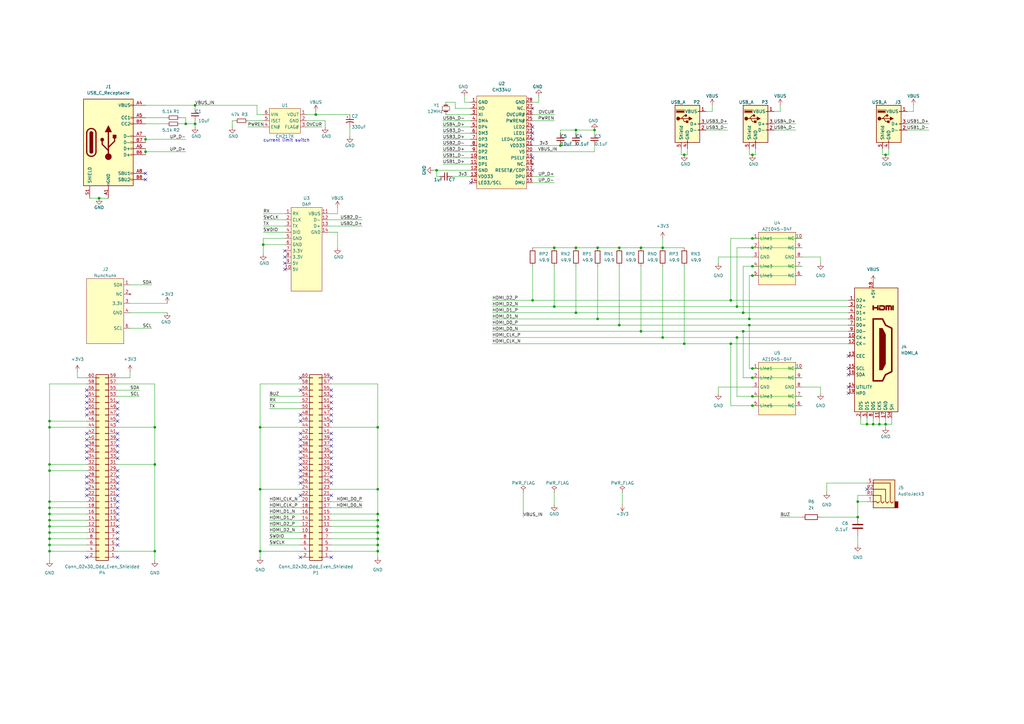
<source format=kicad_sch>
(kicad_sch (version 20230121) (generator eeschema)
  (paper "A3")
  (title_block (title "Adapter") (date "2023-07-30") (rev "1.0") (company "棱镜 Prism") (comment 1 "绘图：李宇轩") (comment 2 "审核：李宇轩"))
  (lib_symbols
    (symbol "AZ1045-04F_1"
      (property "Reference" "U" (at 0 1.27 0))
      (symbol "AZ1045-04F_1_1_1"
        (pin input line (at -10.16 -2.54 0) (length 2.54) (name "Line1") (number "1"))
        (pin input line (at 10.16 -2.54 180) (length 2.54) (name "NC") (number "10"))
        (pin input line (at -10.16 -6.35 0) (length 2.54) (name "Line2") (number "2"))
        (pin power_in line (at -10.16 -10.16 0) (length 2.54) (name "GND") (number "3"))
        (pin input line (at -10.16 -13.97 0) (length 2.54) (name "Line3") (number "4"))
        (pin input line (at -10.16 -17.78 0) (length 2.54) (name "Line5") (number "5"))
        (pin input line (at 10.16 -17.78 180) (length 2.54) (name "NC") (number "6"))
        (pin input line (at 10.16 -13.97 180) (length 2.54) (name "NC") (number "7"))
        (pin power_in line (at 10.16 -10.16 180) (length 2.54) (name "GND") (number "8"))
        (pin input line (at 10.16 -6.35 180) (length 2.54) (name "NC") (number "9"))
      )
    )
    (symbol "Connector:HDMI_A"
      (property "Reference" "J" (at -6.35 26.67 0))
      (property "Value" "HDMI_A" (at 10.16 26.67 0))
      (symbol "HDMI_A_1_1"
        (pin passive line (at -10.16 20.32 0) (length 2.54) (name "D2+") (number "1"))
        (pin passive line (at -10.16 5.08 0) (length 2.54) (name "CK+") (number "10"))
        (pin power_in line (at 2.54 -27.94 90) (length 2.54) (name "CKS") (number "11"))
        (pin passive line (at -10.16 2.54 0) (length 2.54) (name "CK-") (number "12"))
        (pin bidirectional line (at -10.16 -2.54 0) (length 2.54) (name "CEC") (number "13"))
        (pin passive line (at -10.16 -15.24 0) (length 2.54) (name "UTILITY") (number "14"))
        (pin passive line (at -10.16 -7.62 0) (length 2.54) (name "SCL") (number "15"))
        (pin bidirectional line (at -10.16 -10.16 0) (length 2.54) (name "SDA") (number "16"))
        (pin power_in line (at 5.08 -27.94 90) (length 2.54) (name "GND") (number "17"))
        (pin power_in line (at 0 27.94 270) (length 2.54) (name "+5V") (number "18"))
        (pin passive line (at -10.16 -17.78 0) (length 2.54) (name "HPD") (number "19"))
        (pin power_in line (at -5.08 -27.94 90) (length 2.54) (name "D2S") (number "2"))
        (pin passive line (at -10.16 17.78 0) (length 2.54) (name "D2-") (number "3"))
        (pin passive line (at -10.16 15.24 0) (length 2.54) (name "D1+") (number "4"))
        (pin power_in line (at -2.54 -27.94 90) (length 2.54) (name "D1S") (number "5"))
        (pin passive line (at -10.16 12.7 0) (length 2.54) (name "D1-") (number "6"))
        (pin passive line (at -10.16 10.16 0) (length 2.54) (name "D0+") (number "7"))
        (pin power_in line (at 0 -27.94 90) (length 2.54) (name "D0S") (number "8"))
        (pin passive line (at -10.16 7.62 0) (length 2.54) (name "D0-") (number "9"))
        (pin passive line (at 7.62 -27.94 90) (length 2.54) (name "SH") (number "SH"))
      )
    )
    (symbol "Connector:USB_A" (pin_names (offset 1.016))
      (property "Reference" "J" (at -5.08 11.43 0))
      (property "Value" "USB_A" (at -5.08 8.89 0))
      (symbol "USB_A_1_1"
        (pin power_in line (at 7.62 5.08 180) (length 2.54) (name "VBUS") (number "1"))
        (pin bidirectional line (at 7.62 -2.54 180) (length 2.54) (name "D-") (number "2"))
        (pin bidirectional line (at 7.62 0 180) (length 2.54) (name "D+") (number "3"))
        (pin power_in line (at 0 -10.16 90) (length 2.54) (name "GND") (number "4"))
        (pin passive line (at -2.54 -10.16 90) (length 2.54) (name "Shield") (number "5"))
      )
    )
    (symbol "Connector:USB_C_Receptacle_USB2.0" (pin_names (offset 1.016))
      (property "Reference" "J" (at -10.16 19.05 0))
      (property "Value" "USB_C_Receptacle_USB2.0" (at 19.05 19.05 0))
      (symbol "USB_C_Receptacle_USB2.0_1_1"
        (pin passive line (at 0 -22.86 90) (length 5.08) (name "GND") (number "A1"))
        (pin passive line (at 0 -22.86 90) (length 5.08) hide (name "GND") (number "A12"))
        (pin passive line (at 15.24 15.24 180) (length 5.08) (name "VBUS") (number "A4"))
        (pin bidirectional line (at 15.24 10.16 180) (length 5.08) (name "CC1") (number "A5"))
        (pin bidirectional line (at 15.24 -2.54 180) (length 5.08) (name "D+") (number "A6"))
        (pin bidirectional line (at 15.24 2.54 180) (length 5.08) (name "D-") (number "A7"))
        (pin bidirectional line (at 15.24 -12.7 180) (length 5.08) (name "SBU1") (number "A8"))
        (pin passive line (at 15.24 15.24 180) (length 5.08) hide (name "VBUS") (number "A9"))
        (pin passive line (at 0 -22.86 90) (length 5.08) hide (name "GND") (number "B1"))
        (pin passive line (at 0 -22.86 90) (length 5.08) hide (name "GND") (number "B12"))
        (pin passive line (at 15.24 15.24 180) (length 5.08) hide (name "VBUS") (number "B4"))
        (pin bidirectional line (at 15.24 7.62 180) (length 5.08) (name "CC2") (number "B5"))
        (pin bidirectional line (at 15.24 -5.08 180) (length 5.08) (name "D+") (number "B6"))
        (pin bidirectional line (at 15.24 0 180) (length 5.08) (name "D-") (number "B7"))
        (pin bidirectional line (at 15.24 -15.24 180) (length 5.08) (name "SBU2") (number "B8"))
        (pin passive line (at 15.24 15.24 180) (length 5.08) hide (name "VBUS") (number "B9"))
        (pin passive line (at -7.62 -22.86 90) (length 5.08) (name "SHIELD") (number "S1"))
      )
    )
    (symbol "Connector_Audio:AudioJack4"
      (property "Reference" "J" (at 0 8.89 0))
      (property "Value" "AudioJack4" (at 0 6.35 0))
      (symbol "AudioJack4_1_1"
        (pin passive line (at 5.08 -2.54 180) (length 2.54) (name "~") (number "R1"))
        (pin passive line (at 5.08 0 180) (length 2.54) (name "~") (number "R2"))
        (pin passive line (at 5.08 2.54 180) (length 2.54) (name "~") (number "S"))
        (pin passive line (at 5.08 -5.08 180) (length 2.54) (name "~") (number "T"))
      )
    )
    (symbol "Connector_Generic:Conn_02x30_Odd_Even" (pin_names (offset 1.016) hide)
      (property "Reference" "J" (at 1.27 38.1 0))
      (property "Value" "Conn_02x30_Odd_Even" (at 1.27 -40.64 0))
      (symbol "Conn_02x30_Odd_Even_1_1"
        (pin passive line (at -5.08 35.56 0) (length 3.81) (name "Pin_1") (number "1"))
        (pin passive line (at 7.62 25.4 180) (length 3.81) (name "Pin_10") (number "10"))
        (pin passive line (at -5.08 22.86 0) (length 3.81) (name "Pin_11") (number "11"))
        (pin passive line (at 7.62 22.86 180) (length 3.81) (name "Pin_12") (number "12"))
        (pin passive line (at -5.08 20.32 0) (length 3.81) (name "Pin_13") (number "13"))
        (pin passive line (at 7.62 20.32 180) (length 3.81) (name "Pin_14") (number "14"))
        (pin passive line (at -5.08 17.78 0) (length 3.81) (name "Pin_15") (number "15"))
        (pin passive line (at 7.62 17.78 180) (length 3.81) (name "Pin_16") (number "16"))
        (pin passive line (at -5.08 15.24 0) (length 3.81) (name "Pin_17") (number "17"))
        (pin passive line (at 7.62 15.24 180) (length 3.81) (name "Pin_18") (number "18"))
        (pin passive line (at -5.08 12.7 0) (length 3.81) (name "Pin_19") (number "19"))
        (pin passive line (at 7.62 35.56 180) (length 3.81) (name "Pin_2") (number "2"))
        (pin passive line (at 7.62 12.7 180) (length 3.81) (name "Pin_20") (number "20"))
        (pin passive line (at -5.08 10.16 0) (length 3.81) (name "Pin_21") (number "21"))
        (pin passive line (at 7.62 10.16 180) (length 3.81) (name "Pin_22") (number "22"))
        (pin passive line (at -5.08 7.62 0) (length 3.81) (name "Pin_23") (number "23"))
        (pin passive line (at 7.62 7.62 180) (length 3.81) (name "Pin_24") (number "24"))
        (pin passive line (at -5.08 5.08 0) (length 3.81) (name "Pin_25") (number "25"))
        (pin passive line (at 7.62 5.08 180) (length 3.81) (name "Pin_26") (number "26"))
        (pin passive line (at -5.08 2.54 0) (length 3.81) (name "Pin_27") (number "27"))
        (pin passive line (at 7.62 2.54 180) (length 3.81) (name "Pin_28") (number "28"))
        (pin passive line (at -5.08 0 0) (length 3.81) (name "Pin_29") (number "29"))
        (pin passive line (at -5.08 33.02 0) (length 3.81) (name "Pin_3") (number "3"))
        (pin passive line (at 7.62 0 180) (length 3.81) (name "Pin_30") (number "30"))
        (pin passive line (at -5.08 -2.54 0) (length 3.81) (name "Pin_31") (number "31"))
        (pin passive line (at 7.62 -2.54 180) (length 3.81) (name "Pin_32") (number "32"))
        (pin passive line (at -5.08 -5.08 0) (length 3.81) (name "Pin_33") (number "33"))
        (pin passive line (at 7.62 -5.08 180) (length 3.81) (name "Pin_34") (number "34"))
        (pin passive line (at -5.08 -7.62 0) (length 3.81) (name "Pin_35") (number "35"))
        (pin passive line (at 7.62 -7.62 180) (length 3.81) (name "Pin_36") (number "36"))
        (pin passive line (at -5.08 -10.16 0) (length 3.81) (name "Pin_37") (number "37"))
        (pin passive line (at 7.62 -10.16 180) (length 3.81) (name "Pin_38") (number "38"))
        (pin passive line (at -5.08 -12.7 0) (length 3.81) (name "Pin_39") (number "39"))
        (pin passive line (at 7.62 33.02 180) (length 3.81) (name "Pin_4") (number "4"))
        (pin passive line (at 7.62 -12.7 180) (length 3.81) (name "Pin_40") (number "40"))
        (pin passive line (at -5.08 -15.24 0) (length 3.81) (name "Pin_41") (number "41"))
        (pin passive line (at 7.62 -15.24 180) (length 3.81) (name "Pin_42") (number "42"))
        (pin passive line (at -5.08 -17.78 0) (length 3.81) (name "Pin_43") (number "43"))
        (pin passive line (at 7.62 -17.78 180) (length 3.81) (name "Pin_44") (number "44"))
        (pin passive line (at -5.08 -20.32 0) (length 3.81) (name "Pin_45") (number "45"))
        (pin passive line (at 7.62 -20.32 180) (length 3.81) (name "Pin_46") (number "46"))
        (pin passive line (at -5.08 -22.86 0) (length 3.81) (name "Pin_47") (number "47"))
        (pin passive line (at 7.62 -22.86 180) (length 3.81) (name "Pin_48") (number "48"))
        (pin passive line (at -5.08 -25.4 0) (length 3.81) (name "Pin_49") (number "49"))
        (pin passive line (at -5.08 30.48 0) (length 3.81) (name "Pin_5") (number "5"))
        (pin passive line (at 7.62 -25.4 180) (length 3.81) (name "Pin_50") (number "50"))
        (pin passive line (at -5.08 -27.94 0) (length 3.81) (name "Pin_51") (number "51"))
        (pin passive line (at 7.62 -27.94 180) (length 3.81) (name "Pin_52") (number "52"))
        (pin passive line (at -5.08 -30.48 0) (length 3.81) (name "Pin_53") (number "53"))
        (pin passive line (at 7.62 -30.48 180) (length 3.81) (name "Pin_54") (number "54"))
        (pin passive line (at -5.08 -33.02 0) (length 3.81) (name "Pin_55") (number "55"))
        (pin passive line (at 7.62 -33.02 180) (length 3.81) (name "Pin_56") (number "56"))
        (pin passive line (at -5.08 -35.56 0) (length 3.81) (name "Pin_57") (number "57"))
        (pin passive line (at 7.62 -35.56 180) (length 3.81) (name "Pin_58") (number "58"))
        (pin passive line (at -5.08 -38.1 0) (length 3.81) (name "Pin_59") (number "59"))
        (pin passive line (at 7.62 30.48 180) (length 3.81) (name "Pin_6") (number "6"))
        (pin passive line (at 7.62 -38.1 180) (length 3.81) (name "Pin_60") (number "60"))
        (pin passive line (at -5.08 27.94 0) (length 3.81) (name "Pin_7") (number "7"))
        (pin passive line (at 7.62 27.94 180) (length 3.81) (name "Pin_8") (number "8"))
        (pin passive line (at -5.08 25.4 0) (length 3.81) (name "Pin_9") (number "9"))
      )
    )
    (symbol "Device:C" (pin_numbers hide) (pin_names (offset 0.254))
      (property "Reference" "C" (at 0.635 2.54 0))
      (property "Value" "C" (at 0.635 -2.54 0))
      (symbol "C_1_1"
        (pin passive line (at 0 3.81 270) (length 2.794) (name "~") (number "1"))
        (pin passive line (at 0 -3.81 90) (length 2.794) (name "~") (number "2"))
      )
    )
    (symbol "Device:C_Polarized_Small_US" (pin_numbers hide) (pin_names (offset 0.254) hide)
      (property "Reference" "C" (at 0.254 1.778 0))
      (property "Value" "C_Polarized_Small_US" (at 0.254 -2.032 0))
      (symbol "C_Polarized_Small_US_1_1"
        (pin passive line (at 0 2.54 270) (length 2.032) (name "~") (number "1"))
        (pin passive line (at 0 -2.54 90) (length 2.032) (name "~") (number "2"))
      )
    )
    (symbol "Device:C_Small" (pin_numbers hide) (pin_names (offset 0.254) hide)
      (property "Reference" "C" (at 0.254 1.778 0))
      (property "Value" "C_Small" (at 0.254 -2.032 0))
      (symbol "C_Small_1_1"
        (pin passive line (at 0 2.54 270) (length 2.032) (name "~") (number "1"))
        (pin passive line (at 0 -2.54 90) (length 2.032) (name "~") (number "2"))
      )
    )
    (symbol "Device:Crystal_Small" (pin_numbers hide) (pin_names (offset 1.016) hide)
      (property "Reference" "Y" (at 0 2.54 0))
      (property "Value" "Crystal_Small" (at 0 -2.54 0))
      (symbol "Crystal_Small_1_1"
        (pin passive line (at -2.54 0 0) (length 1.27) (name "1") (number "1"))
        (pin passive line (at 2.54 0 180) (length 1.27) (name "2") (number "2"))
      )
    )
    (symbol "Device:R" (pin_numbers hide) (pin_names (offset 0))
      (property "Reference" "R" (at 2.032 0 90))
      (property "Value" "R" (at 0 0 90))
      (symbol "R_1_1"
        (pin passive line (at 0 3.81 270) (length 1.27) (name "~") (number "1"))
        (pin passive line (at 0 -3.81 90) (length 1.27) (name "~") (number "2"))
      )
    )
    (symbol "Device:R_Small" (pin_numbers hide) (pin_names (offset 0.254) hide)
      (property "Reference" "R" (at 0.762 0.508 0))
      (property "Value" "R_Small" (at 0.762 -1.016 0))
      (symbol "R_Small_1_1"
        (pin passive line (at 0 2.54 270) (length 0.762) (name "~") (number "1"))
        (pin passive line (at 0 -2.54 90) (length 0.762) (name "~") (number "2"))
      )
    )
    (symbol "liyuxuan:AZ1045-04F"
      (property "Reference" "U" (at 0 1.27 0))
      (symbol "AZ1045-04F_1_1"
        (pin input line (at -10.16 -2.54 0) (length 2.54) (name "Line1") (number "1"))
        (pin input line (at 10.16 -2.54 180) (length 2.54) (name "NC") (number "10"))
        (pin input line (at -10.16 -6.35 0) (length 2.54) (name "Line2") (number "2"))
        (pin power_in line (at -10.16 -10.16 0) (length 2.54) (name "GND") (number "3"))
        (pin input line (at -10.16 -13.97 0) (length 2.54) (name "Line3") (number "4"))
        (pin input line (at -10.16 -17.78 0) (length 2.54) (name "Line5") (number "5"))
        (pin input line (at 10.16 -17.78 180) (length 2.54) (name "NC") (number "6"))
        (pin input line (at 10.16 -13.97 180) (length 2.54) (name "NC") (number "7"))
        (pin power_in line (at 10.16 -10.16 180) (length 2.54) (name "GND") (number "8"))
        (pin input line (at 10.16 -6.35 180) (length 2.54) (name "NC") (number "9"))
      )
    )
    (symbol "liyuxuan:CH217K"
      (property "Reference" "U2" (at 0 6.35 0))
      (property "Value" "CH217K" (at 0 -6.35 0))
      (symbol "CH217K_1_1"
        (pin power_out line (at -8.89 2.54 0) (length 2.54) (name "VOUT") (number "1"))
        (pin power_in line (at -8.89 0 0) (length 2.54) (name "GND") (number "2"))
        (pin output line (at -8.89 -2.54 0) (length 2.54) (name "FLAG#") (number "3"))
        (pin input line (at 8.89 -2.54 180) (length 2.54) (name "EN#") (number "4"))
        (pin bidirectional line (at 8.89 0 180) (length 2.54) (name "ISET") (number "5"))
        (pin power_in line (at 8.89 2.54 180) (length 2.54) (name "VIN") (number "6"))
      )
    )
    (symbol "liyuxuan:CH334U"
      (property "Reference" "U1" (at 0 24.13 0))
      (property "Value" "CH334U" (at 0 21.59 0))
      (symbol "CH334U_1_1"
        (pin power_in line (at -12.7 16.51 0) (length 2.54) (name "GND") (number "1"))
        (pin bidirectional line (at -12.7 -6.35 0) (length 2.54) (name "DM1") (number "10"))
        (pin bidirectional line (at -12.7 -8.89 0) (length 2.54) (name "DP1") (number "11"))
        (pin power_in line (at -12.7 -11.43 0) (length 2.54) (name "GND") (number "12"))
        (pin power_out line (at -12.7 -13.97 0) (length 2.54) (name "VDD33") (number "13"))
        (pin bidirectional line (at -12.7 -16.51 0) (length 2.54) (name "LED3/SCL") (number "14"))
        (pin bidirectional line (at 12.7 -16.51 180) (length 2.54) (name "DMU") (number "15"))
        (pin bidirectional line (at 12.7 -13.97 180) (length 2.54) (name "DPU") (number "16"))
        (pin input line (at 12.7 -11.43 180) (length 2.54) (name "RESET#/CDP") (number "17"))
        (pin no_connect line (at 12.7 -8.89 180) (length 2.54) (name "NC.") (number "18"))
        (pin input line (at 12.7 -6.35 180) (length 2.54) (name "PSELF") (number "19"))
        (pin output line (at -12.7 13.97 0) (length 2.54) (name "XO") (number "2"))
        (pin power_in line (at 12.7 -3.81 180) (length 2.54) (name "V5") (number "20"))
        (pin power_in line (at 12.7 -1.27 180) (length 2.54) (name "VDD33") (number "21"))
        (pin bidirectional line (at 12.7 1.27 180) (length 2.54) (name "LED4/SDA") (number "22"))
        (pin bidirectional line (at 12.7 3.81 180) (length 2.54) (name "LED1") (number "23"))
        (pin bidirectional line (at 12.7 6.35 180) (length 2.54) (name "LED2") (number "24"))
        (pin output line (at 12.7 8.89 180) (length 2.54) (name "PWREN#") (number "25"))
        (pin input line (at 12.7 11.43 180) (length 2.54) (name "OVCUR#") (number "26"))
        (pin no_connect line (at 12.7 13.97 180) (length 2.54) (name "NC.") (number "27"))
        (pin power_in line (at 12.7 16.51 180) (length 2.54) (name "GND") (number "28"))
        (pin input line (at -12.7 11.43 0) (length 2.54) (name "XI") (number "3"))
        (pin bidirectional line (at -12.7 8.89 0) (length 2.54) (name "DM4") (number "4"))
        (pin bidirectional line (at -12.7 6.35 0) (length 2.54) (name "DP4") (number "5"))
        (pin bidirectional line (at -12.7 3.81 0) (length 2.54) (name "DM3") (number "6"))
        (pin bidirectional line (at -12.7 1.27 0) (length 2.54) (name "DP3") (number "7"))
        (pin bidirectional line (at -12.7 -1.27 0) (length 2.54) (name "DM2") (number "8"))
        (pin bidirectional line (at -12.7 -3.81 0) (length 2.54) (name "DP2") (number "9"))
      )
    )
    (symbol "liyuxuan:DAP"
      (property "Reference" "U" (at 0 0 0))
      (symbol "DAP_1_1"
        (pin input line (at -8.89 -3.81 0) (length 2.54) (name "RX") (number "1"))
        (pin power_out line (at -8.89 -26.67 0) (length 2.54) (name "5V") (number "10"))
        (pin power_in line (at 8.89 -3.81 180) (length 2.54) (name "VBUS") (number "11"))
        (pin bidirectional line (at 8.89 -6.35 180) (length 2.54) (name "D-") (number "12"))
        (pin bidirectional line (at 8.89 -8.89 180) (length 2.54) (name "D+") (number "13"))
        (pin power_in line (at 8.89 -11.43 180) (length 2.54) (name "GND") (number "14"))
        (pin input line (at -8.89 -6.35 0) (length 2.54) (name "CLK") (number "2"))
        (pin output line (at -8.89 -8.89 0) (length 2.54) (name "TX") (number "3"))
        (pin bidirectional line (at -8.89 -11.43 0) (length 2.54) (name "DIO") (number "4"))
        (pin power_in line (at -8.89 -13.97 0) (length 2.54) (name "GND") (number "5"))
        (pin power_in line (at -8.89 -16.51 0) (length 2.54) (name "GND") (number "6"))
        (pin power_out line (at -8.89 -19.05 0) (length 2.54) (name "3.3V") (number "7"))
        (pin power_out line (at -8.89 -21.59 0) (length 2.54) (name "3.3V") (number "8"))
        (pin power_out line (at -8.89 -24.13 0) (length 2.54) (name "5V") (number "9"))
      )
    )
    (symbol "liyuxuan:Nunchunk"
      (property "Reference" "U" (at 0 0 0))
      (symbol "Nunchunk_1_1"
        (pin tri_state line (at -10.16 -3.81 0) (length 2.54) (name "SDA") (number "1"))
        (pin no_connect line (at -10.16 -7.62 0) (length 2.54) (name "NC") (number "2"))
        (pin power_in line (at -10.16 -11.43 0) (length 2.54) (name "3.3V") (number "3"))
        (pin power_in line (at -10.16 -15.24 0) (length 2.54) (name "GND") (number "4"))
        (pin tri_state line (at -10.16 -21.59 0) (length 2.54) (name "SCL") (number "6"))
      )
    )
    (symbol "power:+3V3" (power) (pin_names (offset 0))
      (property "Value" "+3V3" (at 0 3.556 0))
      (symbol "+3V3_1_1"
        (pin power_in line (at 0 0 90) (length 0) hide (name "+3V3") (number "1"))
      )
    )
    (symbol "power:GND" (power) (pin_names (offset 0))
      (property "Value" "GND" (at 0 -3.81 0))
      (symbol "GND_1_1"
        (pin power_in line (at 0 0 270) (length 0) hide (name "GND") (number "1"))
      )
    )
    (symbol "power:PWR_FLAG" (power) (pin_numbers hide) (pin_names (offset 0) hide)
      (property "Value" "PWR_FLAG" (at 0 3.81 0))
      (symbol "PWR_FLAG_0_0"
        (pin power_out line (at 0 0 90) (length 0) (name "pwr") (number "1"))
      )
    )
    (symbol "power:VBUS" (power) (pin_names (offset 0))
      (property "Value" "VBUS" (at 0 3.81 0))
      (symbol "VBUS_1_1"
        (pin power_in line (at 0 0 90) (length 0) hide (name "VBUS") (number "1"))
      )
    )
  )
  (junction (at 154.94 175.26))
  (junction (at 63.5 226.06))
  (junction (at 106.68 200.66))
  (junction (at 218.44 123.19))
  (junction (at 308.61 109.22))
  (junction (at 299.72 140.97))
  (junction (at 236.22 53.34))
  (junction (at 245.11 130.81))
  (junction (at 227.33 101.6))
  (junction (at 308.61 166.37))
  (junction (at 271.78 101.6))
  (junction (at 20.32 213.36))
  (junction (at 179.07 69.85))
  (junction (at 254 133.35))
  (junction (at 271.78 138.43))
  (junction (at 363.22 173.99))
  (junction (at 20.32 220.98))
  (junction (at 20.32 210.82))
  (junction (at 280.67 63.5))
  (junction (at 280.67 140.97))
  (junction (at 59.69 57.15))
  (junction (at 254 101.6))
  (junction (at 308.61 151.13))
  (junction (at 243.84 53.34))
  (junction (at 236.22 128.27))
  (junction (at 227.33 125.73))
  (junction (at 308.61 97.79))
  (junction (at 245.11 101.6))
  (junction (at 308.61 101.6))
  (junction (at 307.34 130.81))
  (junction (at 63.5 190.5))
  (junction (at 154.94 210.82))
  (junction (at 304.8 128.27))
  (junction (at 20.32 190.5))
  (junction (at 20.32 218.44))
  (junction (at 20.32 193.04))
  (junction (at 154.94 220.98))
  (junction (at 20.32 205.74))
  (junction (at 40.64 81.28))
  (junction (at 308.61 154.94))
  (junction (at 20.32 208.28))
  (junction (at 262.89 101.6))
  (junction (at 63.5 175.26))
  (junction (at 302.26 138.43))
  (junction (at 154.94 218.44))
  (junction (at 308.61 63.5))
  (junction (at 154.94 213.36))
  (junction (at 20.32 172.72))
  (junction (at 358.14 173.99))
  (junction (at 299.72 123.19))
  (junction (at 304.8 135.89))
  (junction (at 307.34 133.35))
  (junction (at 59.69 62.23))
  (junction (at 154.94 215.9))
  (junction (at 308.61 162.56))
  (junction (at 107.95 100.33))
  (junction (at 20.32 226.06))
  (junction (at 129.54 46.99))
  (junction (at 80.01 50.8))
  (junction (at 20.32 175.26))
  (junction (at 20.32 223.52))
  (junction (at 351.79 212.09))
  (junction (at 106.68 226.06))
  (junction (at 262.89 135.89))
  (junction (at 363.22 63.5))
  (junction (at 229.87 59.69))
  (junction (at 302.26 125.73))
  (junction (at 360.68 173.99))
  (junction (at 106.68 175.26))
  (junction (at 20.32 215.9))
  (junction (at 154.94 226.06))
  (junction (at 76.2 50.8))
  (junction (at 236.22 101.6))
  (junction (at 355.6 173.99))
  (junction (at 80.01 43.18))
  (junction (at 351.79 205.74))
  (junction (at 154.94 200.66))
  (junction (at 308.61 113.03))
  (junction (at 154.94 223.52))
  (no_connect (at 123.19 185.42))
  (no_connect (at 116.84 107.95))
  (no_connect (at 135.89 160.02))
  (no_connect (at 135.89 187.96))
  (no_connect (at 35.56 185.42))
  (no_connect (at 123.19 177.8))
  (no_connect (at 35.56 160.02))
  (no_connect (at 123.19 198.12))
  (no_connect (at 48.26 198.12))
  (no_connect (at 135.89 203.2))
  (no_connect (at 218.44 54.61))
  (no_connect (at 35.56 228.6))
  (no_connect (at 35.56 165.1))
  (no_connect (at 48.26 177.8))
  (no_connect (at 48.26 187.96))
  (no_connect (at 48.26 170.18))
  (no_connect (at 123.19 172.72))
  (no_connect (at 123.19 193.04))
  (no_connect (at 48.26 185.42))
  (no_connect (at 135.89 172.72))
  (no_connect (at 347.98 151.13))
  (no_connect (at 48.26 165.1))
  (no_connect (at 48.26 210.82))
  (no_connect (at 116.84 102.87))
  (no_connect (at 123.19 180.34))
  (no_connect (at 48.26 213.36))
  (no_connect (at 135.89 198.12))
  (no_connect (at 123.19 190.5))
  (no_connect (at 135.89 167.64))
  (no_connect (at 35.56 177.8))
  (no_connect (at 48.26 182.88))
  (no_connect (at 218.44 52.07))
  (no_connect (at 35.56 203.2))
  (no_connect (at 135.89 177.8))
  (no_connect (at 48.26 195.58))
  (no_connect (at 135.89 193.04))
  (no_connect (at 48.26 205.74))
  (no_connect (at 48.26 193.04))
  (no_connect (at 35.56 167.64))
  (no_connect (at 48.26 180.34))
  (no_connect (at 347.98 158.75))
  (no_connect (at 116.84 105.41))
  (no_connect (at 48.26 203.2))
  (no_connect (at 48.26 200.66))
  (no_connect (at 35.56 180.34))
  (no_connect (at 135.89 190.5))
  (no_connect (at 123.19 182.88))
  (no_connect (at 59.69 71.12))
  (no_connect (at 48.26 220.98))
  (no_connect (at 123.19 195.58))
  (no_connect (at 355.6 200.66))
  (no_connect (at 135.89 195.58))
  (no_connect (at 218.44 64.77))
  (no_connect (at 135.89 180.34))
  (no_connect (at 135.89 182.88))
  (no_connect (at 135.89 162.56))
  (no_connect (at 135.89 154.94))
  (no_connect (at 218.44 69.85))
  (no_connect (at 135.89 165.1))
  (no_connect (at 48.26 218.44))
  (no_connect (at 123.19 228.6))
  (no_connect (at 35.56 182.88))
  (no_connect (at 347.98 153.67))
  (no_connect (at 123.19 160.02))
  (no_connect (at 35.56 195.58))
  (no_connect (at 193.04 74.93))
  (no_connect (at 347.98 146.05))
  (no_connect (at 35.56 170.18))
  (no_connect (at 347.98 161.29))
  (no_connect (at 35.56 200.66))
  (no_connect (at 123.19 154.94))
  (no_connect (at 35.56 162.56))
  (no_connect (at 48.26 215.9))
  (no_connect (at 48.26 172.72))
  (no_connect (at 35.56 187.96))
  (no_connect (at 116.84 110.49))
  (no_connect (at 59.69 73.66))
  (no_connect (at 135.89 185.42))
  (no_connect (at 123.19 170.18))
  (no_connect (at 48.26 208.28))
  (no_connect (at 48.26 223.52))
  (no_connect (at 123.19 187.96))
  (no_connect (at 35.56 198.12))
  (no_connect (at 123.19 203.2))
  (no_connect (at 218.44 57.15))
  (no_connect (at 48.26 167.64))
  (no_connect (at 48.26 228.6))
  (no_connect (at 135.89 228.6))
  (no_connect (at 135.89 170.18))
  (wire (pts (xy 201.93 123.19) (xy 218.44 123.19)))
  (wire (pts (xy 110.49 223.52) (xy 123.19 223.52)))
  (wire (pts (xy 351.79 212.09) (xy 351.79 205.74)))
  (wire (pts (xy 59.69 43.18) (xy 80.01 43.18)))
  (wire (pts (xy 80.01 49.53) (xy 80.01 50.8)))
  (wire (pts (xy 110.49 167.64) (xy 123.19 167.64)))
  (wire (pts (xy 154.94 215.9) (xy 154.94 218.44)))
  (wire (pts (xy 336.55 158.75) (xy 336.55 161.29)))
  (wire (pts (xy 227.33 207.01) (xy 227.33 201.93)))
  (wire (pts (xy 243.84 53.34) (xy 243.84 54.61)))
  (wire (pts (xy 299.72 166.37) (xy 299.72 140.97)))
  (wire (pts (xy 308.61 151.13) (xy 307.34 151.13)))
  (wire (pts (xy 80.01 50.8) (xy 80.01 52.07)))
  (wire (pts (xy 308.61 151.13) (xy 328.93 151.13)))
  (wire (pts (xy 138.43 85.09) (xy 138.43 87.63)))
  (wire (pts (xy 48.26 162.56) (xy 57.15 162.56)))
  (wire (pts (xy 179.07 69.85) (xy 193.04 69.85)))
  (wire (pts (xy 302.26 138.43) (xy 347.98 138.43)))
  (wire (pts (xy 20.32 172.72) (xy 35.56 172.72)))
  (wire (pts (xy 304.8 109.22) (xy 304.8 128.27)))
  (wire (pts (xy 63.5 175.26) (xy 63.5 190.5)))
  (wire (pts (xy 36.83 81.28) (xy 40.64 81.28)))
  (wire (pts (xy 308.61 109.22) (xy 328.93 109.22)))
  (wire (pts (xy 110.49 220.98) (xy 123.19 220.98)))
  (wire (pts (xy 229.87 53.34) (xy 229.87 54.61)))
  (wire (pts (xy 20.32 175.26) (xy 20.32 190.5)))
  (wire (pts (xy 308.61 158.75) (xy 294.64 158.75)))
  (wire (pts (xy 20.32 213.36) (xy 20.32 215.9)))
  (wire (pts (xy 186.69 41.91) (xy 186.69 44.45)))
  (wire (pts (xy 73.66 48.26) (xy 76.2 48.26)))
  (wire (pts (xy 304.8 135.89) (xy 347.98 135.89)))
  (wire (pts (xy 353.06 173.99) (xy 355.6 173.99)))
  (wire (pts (xy 154.94 218.44) (xy 154.94 220.98)))
  (wire (pts (xy 48.26 157.48) (xy 63.5 157.48)))
  (wire (pts (xy 358.14 171.45) (xy 358.14 173.99)))
  (wire (pts (xy 181.61 49.53) (xy 193.04 49.53)))
  (wire (pts (xy 154.94 210.82) (xy 154.94 213.36)))
  (wire (pts (xy 59.69 50.8) (xy 68.58 50.8)))
  (wire (pts (xy 181.61 67.31) (xy 193.04 67.31)))
  (wire (pts (xy 101.6 49.53) (xy 107.95 49.53)))
  (wire (pts (xy 298.45 53.34) (xy 289.56 53.34)))
  (wire (pts (xy 20.32 190.5) (xy 35.56 190.5)))
  (wire (pts (xy 143.51 55.88) (xy 143.51 52.07)))
  (wire (pts (xy 308.61 113.03) (xy 328.93 113.03)))
  (wire (pts (xy 328.93 105.41) (xy 336.55 105.41)))
  (wire (pts (xy 326.39 53.34) (xy 317.5 53.34)))
  (wire (pts (xy 289.56 45.72) (xy 292.1 45.72)))
  (wire (pts (xy 307.34 133.35) (xy 347.98 133.35)))
  (wire (pts (xy 182.88 41.91) (xy 186.69 41.91)))
  (wire (pts (xy 308.61 97.79) (xy 328.93 97.79)))
  (wire (pts (xy 299.72 123.19) (xy 347.98 123.19)))
  (wire (pts (xy 106.68 200.66) (xy 106.68 226.06)))
  (wire (pts (xy 53.34 128.27) (xy 68.58 128.27)))
  (wire (pts (xy 201.93 140.97) (xy 280.67 140.97)))
  (wire (pts (xy 271.78 101.6) (xy 280.67 101.6)))
  (wire (pts (xy 107.95 46.99) (xy 105.41 46.99)))
  (wire (pts (xy 351.79 219.71) (xy 351.79 223.52)))
  (wire (pts (xy 110.49 165.1) (xy 123.19 165.1)))
  (wire (pts (xy 31.75 152.4) (xy 31.75 154.94)))
  (wire (pts (xy 227.33 72.39) (xy 218.44 72.39)))
  (wire (pts (xy 299.72 140.97) (xy 347.98 140.97)))
  (wire (pts (xy 185.42 72.39) (xy 193.04 72.39)))
  (wire (pts (xy 135.89 215.9) (xy 154.94 215.9)))
  (wire (pts (xy 134.62 90.17) (xy 148.59 90.17)))
  (wire (pts (xy 364.49 60.96) (xy 364.49 63.5)))
  (wire (pts (xy 294.64 105.41) (xy 294.64 107.95)))
  (wire (pts (xy 62.23 116.84) (xy 53.34 116.84)))
  (wire (pts (xy 307.34 63.5) (xy 308.61 63.5)))
  (wire (pts (xy 236.22 128.27) (xy 304.8 128.27)))
  (wire (pts (xy 363.22 63.5) (xy 364.49 63.5)))
  (wire (pts (xy 360.68 173.99) (xy 363.22 173.99)))
  (wire (pts (xy 20.32 157.48) (xy 20.32 172.72)))
  (wire (pts (xy 308.61 162.56) (xy 328.93 162.56)))
  (wire (pts (xy 190.5 39.37) (xy 190.5 41.91)))
  (wire (pts (xy 308.61 166.37) (xy 328.93 166.37)))
  (wire (pts (xy 351.79 205.74) (xy 355.6 205.74)))
  (wire (pts (xy 304.8 109.22) (xy 308.61 109.22)))
  (wire (pts (xy 328.93 158.75) (xy 336.55 158.75)))
  (wire (pts (xy 53.34 154.94) (xy 48.26 154.94)))
  (wire (pts (xy 193.04 41.91) (xy 190.5 41.91)))
  (wire (pts (xy 106.68 175.26) (xy 106.68 200.66)))
  (wire (pts (xy 218.44 41.91) (xy 220.98 41.91)))
  (wire (pts (xy 132.08 52.07) (xy 125.73 52.07)))
  (wire (pts (xy 48.26 190.5) (xy 63.5 190.5)))
  (wire (pts (xy 181.61 59.69) (xy 193.04 59.69)))
  (wire (pts (xy 302.26 125.73) (xy 347.98 125.73)))
  (wire (pts (xy 262.89 109.22) (xy 262.89 135.89)))
  (wire (pts (xy 59.69 62.23) (xy 59.69 63.5)))
  (wire (pts (xy 292.1 43.18) (xy 292.1 45.72)))
  (wire (pts (xy 262.89 101.6) (xy 271.78 101.6)))
  (wire (pts (xy 279.4 63.5) (xy 280.67 63.5)))
  (wire (pts (xy 110.49 205.74) (xy 123.19 205.74)))
  (wire (pts (xy 20.32 223.52) (xy 20.32 226.06)))
  (wire (pts (xy 304.8 128.27) (xy 347.98 128.27)))
  (wire (pts (xy 201.93 130.81) (xy 245.11 130.81)))
  (wire (pts (xy 123.19 175.26) (xy 106.68 175.26)))
  (wire (pts (xy 254 109.22) (xy 254 133.35)))
  (wire (pts (xy 302.26 101.6) (xy 308.61 101.6)))
  (wire (pts (xy 80.01 43.18) (xy 105.41 43.18)))
  (wire (pts (xy 154.94 223.52) (xy 154.94 226.06)))
  (wire (pts (xy 154.94 175.26) (xy 154.94 200.66)))
  (wire (pts (xy 95.25 49.53) (xy 95.25 52.07)))
  (wire (pts (xy 154.94 213.36) (xy 154.94 215.9)))
  (wire (pts (xy 220.98 39.37) (xy 220.98 41.91)))
  (wire (pts (xy 245.11 130.81) (xy 307.34 130.81)))
  (wire (pts (xy 254 101.6) (xy 262.89 101.6)))
  (wire (pts (xy 116.84 97.79) (xy 107.95 97.79)))
  (wire (pts (xy 48.26 175.26) (xy 63.5 175.26)))
  (wire (pts (xy 123.19 157.48) (xy 106.68 157.48)))
  (wire (pts (xy 363.22 173.99) (xy 363.22 175.26)))
  (wire (pts (xy 20.32 220.98) (xy 35.56 220.98)))
  (wire (pts (xy 363.22 171.45) (xy 363.22 173.99)))
  (wire (pts (xy 361.95 63.5) (xy 363.22 63.5)))
  (wire (pts (xy 355.6 171.45) (xy 355.6 173.99)))
  (wire (pts (xy 35.56 215.9) (xy 20.32 215.9)))
  (wire (pts (xy 80.01 44.45) (xy 80.01 43.18)))
  (wire (pts (xy 180.34 72.39) (xy 179.07 72.39)))
  (wire (pts (xy 304.8 154.94) (xy 304.8 135.89)))
  (wire (pts (xy 110.49 210.82) (xy 123.19 210.82)))
  (wire (pts (xy 110.49 162.56) (xy 123.19 162.56)))
  (wire (pts (xy 299.72 97.79) (xy 299.72 123.19)))
  (wire (pts (xy 308.61 63.5) (xy 309.88 63.5)))
  (wire (pts (xy 308.61 154.94) (xy 328.93 154.94)))
  (wire (pts (xy 133.35 49.53) (xy 133.35 52.07)))
  (wire (pts (xy 363.22 173.99) (xy 365.76 173.99)))
  (wire (pts (xy 53.34 124.46) (xy 68.58 124.46)))
  (wire (pts (xy 73.66 50.8) (xy 76.2 50.8)))
  (wire (pts (xy 63.5 157.48) (xy 63.5 175.26)))
  (wire (pts (xy 59.69 62.23) (xy 76.2 62.23)))
  (wire (pts (xy 201.93 133.35) (xy 254 133.35)))
  (wire (pts (xy 186.69 44.45) (xy 193.04 44.45)))
  (wire (pts (xy 105.41 43.18) (xy 105.41 46.99)))
  (wire (pts (xy 294.64 158.75) (xy 294.64 161.29)))
  (wire (pts (xy 59.69 58.42) (xy 59.69 57.15)))
  (wire (pts (xy 125.73 46.99) (xy 129.54 46.99)))
  (wire (pts (xy 307.34 60.96) (xy 307.34 63.5)))
  (wire (pts (xy 229.87 59.69) (xy 218.44 59.69)))
  (wire (pts (xy 123.19 226.06) (xy 106.68 226.06)))
  (wire (pts (xy 63.5 226.06) (xy 63.5 229.87)))
  (wire (pts (xy 135.89 220.98) (xy 154.94 220.98)))
  (wire (pts (xy 154.94 200.66) (xy 154.94 210.82)))
  (wire (pts (xy 135.89 218.44) (xy 154.94 218.44)))
  (wire (pts (xy 201.93 128.27) (xy 236.22 128.27)))
  (wire (pts (xy 355.6 203.2) (xy 351.79 203.2)))
  (wire (pts (xy 320.04 43.18) (xy 320.04 45.72)))
  (wire (pts (xy 365.76 171.45) (xy 365.76 173.99)))
  (wire (pts (xy 181.61 57.15) (xy 193.04 57.15)))
  (wire (pts (xy 134.62 87.63) (xy 138.43 87.63)))
  (wire (pts (xy 308.61 162.56) (xy 302.26 162.56)))
  (wire (pts (xy 179.07 69.85) (xy 179.07 72.39)))
  (wire (pts (xy 110.49 218.44) (xy 123.19 218.44)))
  (wire (pts (xy 302.26 101.6) (xy 302.26 125.73)))
  (wire (pts (xy 339.09 198.12) (xy 339.09 201.93)))
  (wire (pts (xy 201.93 138.43) (xy 271.78 138.43)))
  (wire (pts (xy 229.87 53.34) (xy 236.22 53.34)))
  (wire (pts (xy 101.6 52.07) (xy 107.95 52.07)))
  (wire (pts (xy 353.06 171.45) (xy 353.06 173.99)))
  (wire (pts (xy 307.34 113.03) (xy 307.34 130.81)))
  (wire (pts (xy 35.56 157.48) (xy 20.32 157.48)))
  (wire (pts (xy 129.54 46.99) (xy 143.51 46.99)))
  (wire (pts (xy 280.67 140.97) (xy 299.72 140.97)))
  (wire (pts (xy 59.69 48.26) (xy 68.58 48.26)))
  (wire (pts (xy 328.93 212.09) (xy 320.04 212.09)))
  (wire (pts (xy 358.14 173.99) (xy 360.68 173.99)))
  (wire (pts (xy 182.88 46.99) (xy 193.04 46.99)))
  (wire (pts (xy 360.68 171.45) (xy 360.68 173.99)))
  (wire (pts (xy 135.89 210.82) (xy 154.94 210.82)))
  (wire (pts (xy 307.34 151.13) (xy 307.34 133.35)))
  (wire (pts (xy 107.95 95.25) (xy 116.84 95.25)))
  (wire (pts (xy 154.94 220.98) (xy 154.94 223.52)))
  (wire (pts (xy 308.61 101.6) (xy 328.93 101.6)))
  (wire (pts (xy 110.49 208.28) (xy 123.19 208.28)))
  (wire (pts (xy 326.39 50.8) (xy 317.5 50.8)))
  (wire (pts (xy 245.11 109.22) (xy 245.11 130.81)))
  (wire (pts (xy 243.84 59.69) (xy 243.84 62.23)))
  (wire (pts (xy 281.94 60.96) (xy 281.94 63.5)))
  (wire (pts (xy 53.34 152.4) (xy 53.34 154.94)))
  (wire (pts (xy 181.61 54.61) (xy 193.04 54.61)))
  (wire (pts (xy 271.78 109.22) (xy 271.78 138.43)))
  (wire (pts (xy 201.93 125.73) (xy 227.33 125.73)))
  (wire (pts (xy 227.33 109.22) (xy 227.33 125.73)))
  (wire (pts (xy 135.89 208.28) (xy 148.59 208.28)))
  (wire (pts (xy 236.22 53.34) (xy 236.22 54.61)))
  (wire (pts (xy 20.32 205.74) (xy 20.32 208.28)))
  (wire (pts (xy 381 50.8) (xy 372.11 50.8)))
  (wire (pts (xy 154.94 157.48) (xy 154.94 175.26)))
  (wire (pts (xy 20.32 218.44) (xy 20.32 220.98)))
  (wire (pts (xy 20.32 193.04) (xy 35.56 193.04)))
  (wire (pts (xy 236.22 109.22) (xy 236.22 128.27)))
  (wire (pts (xy 59.69 57.15) (xy 59.69 55.88)))
  (wire (pts (xy 218.44 101.6) (xy 227.33 101.6)))
  (wire (pts (xy 308.61 113.03) (xy 307.34 113.03)))
  (wire (pts (xy 110.49 215.9) (xy 123.19 215.9)))
  (wire (pts (xy 134.62 95.25) (xy 138.43 95.25)))
  (wire (pts (xy 308.61 166.37) (xy 299.72 166.37)))
  (wire (pts (xy 279.4 60.96) (xy 279.4 63.5)))
  (wire (pts (xy 48.26 160.02) (xy 57.15 160.02)))
  (wire (pts (xy 135.89 205.74) (xy 148.59 205.74)))
  (wire (pts (xy 302.26 162.56) (xy 302.26 138.43)))
  (wire (pts (xy 229.87 59.69) (xy 236.22 59.69)))
  (wire (pts (xy 125.73 49.53) (xy 133.35 49.53)))
  (wire (pts (xy 135.89 223.52) (xy 154.94 223.52)))
  (wire (pts (xy 298.45 50.8) (xy 289.56 50.8)))
  (wire (pts (xy 308.61 154.94) (xy 304.8 154.94)))
  (wire (pts (xy 280.67 63.5) (xy 281.94 63.5)))
  (wire (pts (xy 177.8 69.85) (xy 179.07 69.85)))
  (wire (pts (xy 20.32 175.26) (xy 35.56 175.26)))
  (wire (pts (xy 227.33 125.73) (xy 302.26 125.73)))
  (wire (pts (xy 20.32 226.06) (xy 20.32 229.87)))
  (wire (pts (xy 107.95 97.79) (xy 107.95 100.33)))
  (wire (pts (xy 181.61 52.07) (xy 193.04 52.07)))
  (wire (pts (xy 20.32 215.9) (xy 20.32 218.44)))
  (wire (pts (xy 271.78 97.79) (xy 271.78 101.6)))
  (wire (pts (xy 40.64 81.28) (xy 44.45 81.28)))
  (wire (pts (xy 309.88 60.96) (xy 309.88 63.5)))
  (wire (pts (xy 20.32 223.52) (xy 35.56 223.52)))
  (wire (pts (xy 271.78 138.43) (xy 302.26 138.43)))
  (wire (pts (xy 31.75 154.94) (xy 35.56 154.94)))
  (wire (pts (xy 20.32 172.72) (xy 20.32 175.26)))
  (wire (pts (xy 355.6 198.12) (xy 339.09 198.12)))
  (wire (pts (xy 181.61 62.23) (xy 193.04 62.23)))
  (wire (pts (xy 129.54 45.72) (xy 129.54 46.99)))
  (wire (pts (xy 20.32 208.28) (xy 35.56 208.28)))
  (wire (pts (xy 236.22 101.6) (xy 245.11 101.6)))
  (wire (pts (xy 134.62 92.71) (xy 148.59 92.71)))
  (wire (pts (xy 76.2 50.8) (xy 80.01 50.8)))
  (wire (pts (xy 76.2 48.26) (xy 76.2 50.8)))
  (wire (pts (xy 138.43 95.25) (xy 138.43 101.6)))
  (wire (pts (xy 135.89 213.36) (xy 154.94 213.36)))
  (wire (pts (xy 20.32 208.28) (xy 20.32 210.82)))
  (wire (pts (xy 154.94 226.06) (xy 154.94 228.6)))
  (wire (pts (xy 227.33 74.93) (xy 218.44 74.93)))
  (wire (pts (xy 254 133.35) (xy 307.34 133.35)))
  (wire (pts (xy 20.32 193.04) (xy 20.32 205.74)))
  (wire (pts (xy 245.11 101.6) (xy 254 101.6)))
  (wire (pts (xy 214.63 201.93) (xy 214.63 212.09)))
  (wire (pts (xy 372.11 45.72) (xy 374.65 45.72)))
  (wire (pts (xy 107.95 100.33) (xy 116.84 100.33)))
  (wire (pts (xy 255.27 201.93) (xy 255.27 207.01)))
  (wire (pts (xy 218.44 123.19) (xy 299.72 123.19)))
  (wire (pts (xy 107.95 92.71) (xy 116.84 92.71)))
  (wire (pts (xy 106.68 157.48) (xy 106.68 175.26)))
  (wire (pts (xy 317.5 45.72) (xy 320.04 45.72)))
  (wire (pts (xy 48.26 226.06) (xy 63.5 226.06)))
  (wire (pts (xy 123.19 200.66) (xy 106.68 200.66)))
  (wire (pts (xy 20.32 220.98) (xy 20.32 223.52)))
  (wire (pts (xy 63.5 190.5) (xy 63.5 226.06)))
  (wire (pts (xy 20.32 210.82) (xy 35.56 210.82)))
  (wire (pts (xy 374.65 43.18) (xy 374.65 45.72)))
  (wire (pts (xy 336.55 212.09) (xy 351.79 212.09)))
  (wire (pts (xy 96.52 49.53) (xy 95.25 49.53)))
  (wire (pts (xy 59.69 60.96) (xy 59.69 62.23)))
  (wire (pts (xy 110.49 213.36) (xy 123.19 213.36)))
  (wire (pts (xy 201.93 135.89) (xy 262.89 135.89)))
  (wire (pts (xy 307.34 130.81) (xy 347.98 130.81)))
  (wire (pts (xy 107.95 100.33) (xy 107.95 104.14)))
  (wire (pts (xy 106.68 226.06) (xy 106.68 228.6)))
  (wire (pts (xy 135.89 200.66) (xy 154.94 200.66)))
  (wire (pts (xy 361.95 60.96) (xy 361.95 63.5)))
  (wire (pts (xy 308.61 105.41) (xy 294.64 105.41)))
  (wire (pts (xy 107.95 87.63) (xy 116.84 87.63)))
  (wire (pts (xy 20.32 213.36) (xy 35.56 213.36)))
  (wire (pts (xy 218.44 109.22) (xy 218.44 123.19)))
  (wire (pts (xy 59.69 57.15) (xy 76.2 57.15)))
  (wire (pts (xy 135.89 226.06) (xy 154.94 226.06)))
  (wire (pts (xy 336.55 105.41) (xy 336.55 107.95)))
  (wire (pts (xy 20.32 218.44) (xy 35.56 218.44)))
  (wire (pts (xy 107.95 90.17) (xy 116.84 90.17)))
  (wire (pts (xy 227.33 49.53) (xy 218.44 49.53)))
  (wire (pts (xy 20.32 226.06) (xy 35.56 226.06)))
  (wire (pts (xy 227.33 46.99) (xy 218.44 46.99)))
  (wire (pts (xy 236.22 53.34) (xy 243.84 53.34)))
  (wire (pts (xy 181.61 64.77) (xy 193.04 64.77)))
  (wire (pts (xy 20.32 205.74) (xy 35.56 205.74)))
  (wire (pts (xy 262.89 135.89) (xy 304.8 135.89)))
  (wire (pts (xy 62.23 134.62) (xy 53.34 134.62)))
  (wire (pts (xy 355.6 173.99) (xy 358.14 173.99)))
  (wire (pts (xy 135.89 157.48) (xy 154.94 157.48)))
  (wire (pts (xy 227.33 101.6) (xy 236.22 101.6)))
  (wire (pts (xy 135.89 175.26) (xy 154.94 175.26)))
  (wire (pts (xy 351.79 205.74) (xy 351.79 203.2)))
  (wire (pts (xy 381 53.34) (xy 372.11 53.34)))
  (wire (pts (xy 299.72 97.79) (xy 308.61 97.79)))
  (wire (pts (xy 20.32 190.5) (xy 20.32 193.04)))
  (wire (pts (xy 20.32 210.82) (xy 20.32 213.36)))
  (wire (pts (xy 280.67 109.22) (xy 280.67 140.97)))
  (wire (pts (xy 218.44 62.23) (xy 243.84 62.23)))
  (text "current limit switch\n" (at 107.95 58.42 0) (effects (font (size 1.27 1.27)) (justify left bottom)))
  (label "HDMI_D0_P" (at 201.93 133.35 0))
  (label "TX" (at 107.95 92.71 0))
  (label "HDMI_D0_P" (at 148.59 205.74 180))
  (label "UP_D+" (at 76.2 62.23 180))
  (label "USB3_D+" (at 298.45 50.8 180))
  (label "VBUS_IN" (at 228.6 62.23 180))
  (label "HDMI_D2_P" (at 201.93 123.19 0))
  (label "USB1_D+" (at 381 50.8 180))
  (label "USB2_D-" (at 148.59 90.17 180))
  (label "HDMI_D0_N" (at 201.93 135.89 0))
  (label "VBUS_IN" (at 214.63 212.09 0))
  (label "VBUS_IN" (at 80.01 43.18 0))
  (label "HDMI_D2_N" (at 110.49 218.44 0))
  (label "USB3_D-" (at 181.61 54.61 0))
  (label "USB1_D-" (at 181.61 64.77 0))
  (label "BUZ" (at 110.49 162.56 0))
  (label "UP_D+" (at 227.33 72.39 180))
  (label "USB1_D+" (at 181.61 67.31 0))
  (label "UP_D-" (at 227.33 74.93 180))
  (label "USB4_D+" (at 181.61 52.07 0))
  (label "USB1_D-" (at 381 53.34 180))
  (label "3v3" (at 187.96 72.39 0))
  (label "USB4_D-" (at 181.61 49.53 0))
  (label "OVCUR" (at 132.08 52.07 180))
  (label "TX" (at 110.49 167.64 0))
  (label "RX" (at 107.95 87.63 0))
  (label "HDMI_CLK_P" (at 201.93 138.43 0))
  (label "HDMI_D1_P" (at 110.49 213.36 0))
  (label "UP_D-" (at 76.2 57.15 180))
  (label "HDMI_D1_P" (at 201.93 128.27 0))
  (label "SWCLK" (at 110.49 223.52 0))
  (label "SCL" (at 57.15 162.56 180))
  (label "SWCLK" (at 107.95 90.17 0))
  (label "HDMI_CLK_P" (at 110.49 208.28 0))
  (label "PWREN" (at 227.33 49.53 180))
  (label "HDMI_D2_P" (at 110.49 215.9 0))
  (label "SWDIO" (at 107.95 95.25 0))
  (label "HDMI_D2_N" (at 201.93 125.73 0))
  (label "HDMI_D0_N" (at 148.59 208.28 180))
  (label "SDA" (at 57.15 160.02 180))
  (label "HDMI_D1_N" (at 110.49 210.82 0))
  (label "3v3" (at 224.79 59.69 180))
  (label "USB4_D-" (at 326.39 53.34 180))
  (label "HDMI_D1_N" (at 201.93 130.81 0))
  (label "USB3_D+" (at 181.61 57.15 0))
  (label "RX" (at 110.49 165.1 0))
  (label "HDMI_CLK_N" (at 110.49 205.74 0))
  (label "PWREN" (at 101.6 52.07 0))
  (label "SDA" (at 62.23 116.84 180))
  (label "SCL" (at 62.23 134.62 180))
  (label "USB2_D-" (at 181.61 59.69 0))
  (label "SWDIO" (at 110.49 220.98 0))
  (label "USB3_D-" (at 298.45 53.34 180))
  (label "OVCUR" (at 227.33 46.99 180))
  (label "HDMI_CLK_N" (at 201.93 140.97 0))
  (label "USB2_D+" (at 148.59 92.71 180))
  (label "USB4_D+" (at 326.39 50.8 180))
  (label "BUZ" (at 320.04 212.09 0))
  (label "USB2_D+" (at 181.61 62.23 0))
  (symbol (lib_id "power:PWR_FLAG") (at 214.63 201.93 0) (unit 1)
    (property "Reference" "#FLG01" (effects hide))
    (property "Value" "PWR_FLAG" (at 214.63 198.12 0))
  )
  (symbol (lib_id "power:GND") (at 280.67 63.5 0) (unit 1)
    (property "Reference" "#PWR014" (effects hide))
    (property "Value" "GND" (at 283.21 67.31 0) (effects (justify right)))
  )
  (symbol (lib_id "Device:R_Small") (at 99.06 49.53 90) (unit 1)
    (property "Reference" "R3" (at 100.33 46.99 90))
    (property "Value" "47k" (at 96.52 46.99 90))
    (property "Footprint" "Resistor_SMD:R_0603_1608Metric" (effects hide))
  )
  (symbol (lib_id "power:GND") (at 143.51 55.88 0) (unit 1)
    (property "Reference" "#PWR021" (effects hide))
    (property "Value" "GND" (at 143.51 59.69 0))
  )
  (symbol (lib_id "Connector_Audio:AudioJack4") (at 360.68 200.66 0) (mirror y) (unit 1)
    (property "Reference" "J5" (at 368.3 200.025 0) (effects (justify right)))
    (property "Value" "AudioJack3" (at 368.3 202.565 0) (effects (justify right)))
    (property "Footprint" "Connector_Audio:Jack_3.5mm_KoreanHropartsElec_PJ-320D-4A_Horizontal" (effects hide))
    (property "嘉立创" "C521460" (effects hide))
  )
  (symbol (lib_id "Device:C_Small") (at 229.87 57.15 0) (unit 1)
    (property "Reference" "C5" (at 229.87 55.88 0) (effects (justify left)))
    (property "Value" "10uF" (at 229.87 59.055 0) (effects (justify left)))
    (property "Footprint" "Capacitor_SMD:C_0805_2012Metric" (effects hide))
  )
  (symbol (lib_id "Device:R") (at 236.22 105.41 0) (unit 1)
    (property "Reference" "RP1" (at 238.76 104.14 0) (effects (justify left)))
    (property "Value" "49.9" (at 238.76 106.68 0) (effects (justify left)))
    (property "Footprint" "Resistor_SMD:R_0603_1608Metric" (effects hide))
  )
  (symbol (lib_id "Connector_Generic:Conn_02x30_Odd_Even") (at 43.18 193.04 180) (unit 1)
    (property "Reference" "P4" (at 41.91 234.95 0))
    (property "Value" "Conn_02x30_Odd_Even_Shielded" (at 41.91 232.41 0))
    (property "Footprint" "Connector_PinHeader_2.54mm:PinHeader_2x30_P2.54mm_Vertical" (effects hide))
  )
  (symbol (lib_id "power:+3V3") (at 31.75 152.4 0) (unit 1)
    (property "Reference" "#PWR019" (effects hide))
    (property "Value" "+3V3" (at 31.75 147.32 0))
  )
  (symbol (lib_id "power:+3V3") (at 68.58 124.46 0) (mirror y) (unit 1)
    (property "Reference" "#PWR032" (effects hide))
    (property "Value" "+3V3" (at 68.58 120.65 0))
  )
  (symbol (lib_id "power:GND") (at 363.22 175.26 0) (unit 1)
    (property "Reference" "#PWR013" (effects hide))
    (property "Value" "GND" (at 363.22 179.07 0))
  )
  (symbol (lib_id "power:VBUS") (at 358.14 115.57 0) (unit 1)
    (property "Reference" "#PWR012" (effects hide))
    (property "Value" "VBUS" (at 358.14 110.49 0))
  )
  (symbol (lib_id "power:+3V3") (at 53.34 152.4 0) (unit 1)
    (property "Reference" "#PWR039" (effects hide))
    (property "Value" "+3V3" (at 53.34 147.32 0))
  )
  (symbol (lib_id "power:VBUS") (at 138.43 85.09 0) (unit 1)
    (property "Reference" "#PWR08" (effects hide))
    (property "Value" "VBUS" (at 138.43 81.28 0))
  )
  (symbol (lib_id "power:GND") (at 363.22 63.5 0) (unit 1)
    (property "Reference" "#PWR010" (effects hide))
    (property "Value" "GND" (at 365.76 67.31 0) (effects (justify right)))
  )
  (symbol (lib_id "power:GND") (at 63.5 229.87 0) (unit 1)
    (property "Reference" "#PWR034" (effects hide))
    (property "Value" "GND" (at 63.5 234.95 0))
  )
  (symbol (lib_id "Connector:USB_C_Receptacle_USB2.0") (at 44.45 58.42 0) (unit 1)
    (property "Reference" "J1" (at 44.45 35.56 0))
    (property "Value" "USB_C_Receptacle" (at 44.45 38.1 0))
    (property "Footprint" "Connector_USB:USB_C_Receptacle_GCT_USB4105-xx-A_16P_TopMnt_Horizontal" (effects hide))
    (property "Datasheet" "https://www.usb.org/sites/default/files/documents/usb_type-c.zip" (effects hide))
    (property "嘉立创" "C2927038" (effects hide))
  )
  (symbol (lib_id "power:GND") (at 133.35 52.07 0) (unit 1)
    (property "Reference" "#PWR023" (effects hide))
    (property "Value" "GND" (at 135.89 55.88 0) (effects (justify right)))
  )
  (symbol (lib_id "Connector:USB_A") (at 364.49 50.8 0) (unit 1)
    (property "Reference" "J3" (at 368.3 41.91 0))
    (property "Value" "USB_A" (at 360.68 41.91 0))
    (property "Footprint" "Connector_USB:USB_A_Molex_67643_Horizontal" (effects hide))
    (property "Datasheet" " ~" (effects hide))
    (property "嘉立创" "C2765194" (effects hide))
  )
  (symbol (lib_id "power:GND") (at 243.84 53.34 180) (unit 1)
    (property "Reference" "#PWR04" (effects hide))
    (property "Value" "GND" (at 241.3 49.53 0) (effects (justify right)))
  )
  (symbol (lib_id "power:VBUS") (at 129.54 45.72 0) (unit 1)
    (property "Reference" "#PWR022" (effects hide))
    (property "Value" "VBUS" (at 129.54 41.91 0))
  )
  (symbol (lib_id "power:GND") (at 68.58 128.27 0) (mirror y) (unit 1)
    (property "Reference" "#PWR031" (effects hide))
    (property "Value" "GND" (at 66.04 132.08 0) (effects (justify right)))
  )
  (symbol (lib_id "power:VBUS") (at 320.04 43.18 0) (unit 1)
    (property "Reference" "#PWR018" (effects hide))
    (property "Value" "VBUS" (at 320.04 39.37 0))
  )
  (symbol (lib_id "power:GND") (at 190.5 39.37 180) (unit 1)
    (property "Reference" "#PWR02" (effects hide))
    (property "Value" "GND" (at 187.96 35.56 0) (effects (justify right)))
  )
  (symbol (lib_id "power:GND") (at 154.94 228.6 0) (unit 1)
    (property "Reference" "#PWR033" (effects hide))
    (property "Value" "GND" (at 154.94 233.68 0))
  )
  (symbol (lib_id "power:GND") (at 351.79 223.52 0) (mirror y) (unit 1)
    (property "Reference" "#PWR036" (effects hide))
    (property "Value" "GND" (at 351.79 228.6 0))
  )
  (symbol (lib_id "Connector:USB_A") (at 281.94 50.8 0) (unit 1)
    (property "Reference" "P2" (at 285.75 41.91 0))
    (property "Value" "USB_A" (at 278.13 41.91 0))
    (property "Footprint" "Connector_USB:USB_A_Molex_67643_Horizontal" (effects hide))
    (property "Datasheet" " ~" (effects hide))
    (property "嘉立创" "C2765194" (effects hide))
  )
  (symbol (lib_id "liyuxuan:AZ1045-04F") (at 318.77 148.59 0) (unit 1)
    (property "Reference" "U5" (at 318.77 144.78 0))
    (property "Value" "AZ1045-04F" (at 318.77 147.32 0))
    (property "Footprint" "Package_DFN_QFN:Diodes_UDFN-10_1.0x2.5mm_P0.5mm" (effects hide))
    (property "嘉立创" "C2987152" (effects hide))
  )
  (symbol (lib_id "power:GND") (at 106.68 228.6 0) (unit 1)
    (property "Reference" "#PWR020" (effects hide))
    (property "Value" "GND" (at 106.68 233.68 0))
  )
  (symbol (lib_id "Connector_Generic:Conn_02x30_Odd_Even") (at 130.81 193.04 180) (unit 1)
    (property "Reference" "P1" (at 129.54 234.95 0))
    (property "Value" "Conn_02x30_Odd_Even_Shielded" (at 129.54 232.41 0))
    (property "Footprint" "Connector_PinHeader_2.54mm:PinHeader_2x30_P2.54mm_Vertical" (effects hide))
  )
  (symbol (lib_id "power:GND") (at 339.09 201.93 0) (mirror y) (unit 1)
    (property "Reference" "#PWR035" (effects hide))
    (property "Value" "GND" (at 339.09 207.01 0))
  )
  (symbol (lib_id "Device:R") (at 254 105.41 0) (unit 1)
    (property "Reference" "RP0" (at 256.54 104.14 0) (effects (justify left)))
    (property "Value" "49.9" (at 256.54 106.68 0) (effects (justify left)))
    (property "Footprint" "Resistor_SMD:R_0603_1608Metric" (effects hide))
  )
  (symbol (lib_id "power:GND") (at 227.33 207.01 0) (unit 1)
    (property "Reference" "#PWR05" (effects hide))
    (property "Value" "GND" (at 227.33 210.82 0))
  )
  (symbol (lib_id "liyuxuan:Nunchunk") (at 43.18 113.03 0) (mirror y) (unit 1)
    (property "Reference" "J2" (at 44.45 110.49 0) (effects (justify left)))
    (property "Value" "Nunchunk" (at 43.18 113.03 0))
    (property "Footprint" "liyuxuan:Nunchunk" (effects hide))
  )
  (symbol (lib_id "Device:R") (at 227.33 105.41 0) (unit 1)
    (property "Reference" "RN2" (at 229.87 104.14 0) (effects (justify left)))
    (property "Value" "49.9" (at 229.87 106.68 0) (effects (justify left)))
    (property "Footprint" "Resistor_SMD:R_0603_1608Metric" (effects hide))
  )
  (symbol (lib_id "Device:R") (at 280.67 105.41 0) (unit 1)
    (property "Reference" "RN3" (at 283.21 104.14 0) (effects (justify left)))
    (property "Value" "49.9" (at 283.21 106.68 0) (effects (justify left)))
    (property "Footprint" "Resistor_SMD:R_0603_1608Metric" (effects hide))
  )
  (symbol (lib_id "Device:C") (at 351.79 215.9 0) (mirror y) (unit 1)
    (property "Reference" "C6" (at 347.98 214.63 0) (effects (justify left)))
    (property "Value" "0.1uF" (at 347.98 217.17 0) (effects (justify left)))
    (property "Footprint" "Capacitor_SMD:C_0603_1608Metric" (effects hide))
  )
  (symbol (lib_id "power:GND") (at 40.64 81.28 0) (unit 1)
    (property "Reference" "#PWR06" (effects hide))
    (property "Value" "GND" (at 40.64 85.09 0))
  )
  (symbol (lib_id "Device:C_Small") (at 236.22 57.15 0) (unit 1)
    (property "Reference" "C4" (at 236.22 55.88 0) (effects (justify left)))
    (property "Value" "0.1uF" (at 236.22 59.055 0) (effects (justify left)))
    (property "Footprint" "Capacitor_SMD:C_0603_1608Metric" (effects hide))
  )
  (symbol (lib_id "power:GND") (at 138.43 101.6 0) (unit 1)
    (property "Reference" "#PWR09" (effects hide))
    (property "Value" "GND" (at 140.97 105.41 0) (effects (justify right)))
  )
  (symbol (lib_id "Device:R") (at 262.89 105.41 0) (unit 1)
    (property "Reference" "RN0" (at 265.43 104.14 0) (effects (justify left)))
    (property "Value" "49.9" (at 265.43 106.68 0) (effects (justify left)))
    (property "Footprint" "Resistor_SMD:R_0603_1608Metric" (effects hide))
  )
  (symbol (lib_id "power:GND") (at 294.64 161.29 0) (unit 1)
    (property "Reference" "#PWR027" (effects hide))
    (property "Value" "GND" (at 294.64 166.37 0))
  )
  (symbol (lib_id "power:GND") (at 336.55 161.29 0) (mirror y) (unit 1)
    (property "Reference" "#PWR029" (effects hide))
    (property "Value" "GND" (at 336.55 166.37 0))
  )
  (symbol (lib_id "Device:R") (at 271.78 105.41 0) (unit 1)
    (property "Reference" "RP3" (at 274.32 104.14 0) (effects (justify left)))
    (property "Value" "49.9" (at 274.32 106.68 0) (effects (justify left)))
    (property "Footprint" "Resistor_SMD:R_0603_1608Metric" (effects hide))
  )
  (symbol (lib_id "Device:C_Polarized_Small_US") (at 143.51 49.53 0) (unit 1)
    (property "Reference" "C2" (at 144.145 47.625 0) (effects (justify left)))
    (property "Value" "330uF" (at 144.145 52.07 0) (effects (justify left)))
    (property "Footprint" "Capacitor_SMD:C_Elec_6.3x5.8" (effects hide))
  )
  (symbol (lib_id "Device:C_Small") (at 243.84 57.15 0) (unit 1)
    (property "Reference" "C3" (at 243.84 55.88 0) (effects (justify left)))
    (property "Value" "0.1uF" (at 243.84 59.055 0) (effects (justify left)))
    (property "Footprint" "Capacitor_SMD:C_0603_1608Metric" (effects hide))
  )
  (symbol (lib_id "power:GND") (at 80.01 52.07 0) (unit 1)
    (property "Reference" "#PWR07" (effects hide))
    (property "Value" "GND" (at 82.55 55.88 0) (effects (justify right)))
  )
  (symbol (lib_id "power:+3V3") (at 255.27 207.01 0) (mirror x) (unit 1)
    (property "Reference" "#PWR038" (effects hide))
    (property "Value" "+3V3" (at 255.27 210.82 0))
  )
  (symbol (lib_id "power:GND") (at 95.25 52.07 0) (unit 1)
    (property "Reference" "#PWR016" (effects hide))
    (property "Value" "GND" (at 97.79 55.88 0) (effects (justify right)))
  )
  (symbol (lib_id "power:GND") (at 20.32 229.87 0) (unit 1)
    (property "Reference" "#PWR037" (effects hide))
    (property "Value" "GND" (at 20.32 234.95 0))
  )
  (symbol (lib_id "Device:C_Small") (at 80.01 46.99 0) (unit 1)
    (property "Reference" "C1" (at 80.01 45.72 0) (effects (justify left)))
    (property "Value" "10uF" (at 81.28 49.53 0) (effects (justify left)))
    (property "Footprint" "Capacitor_SMD:C_0805_2012Metric" (effects hide))
  )
  (symbol (lib_id "Device:R") (at 218.44 105.41 0) (unit 1)
    (property "Reference" "RP2" (at 220.98 104.14 0) (effects (justify left)))
    (property "Value" "49.9" (at 220.98 106.68 0) (effects (justify left)))
    (property "Footprint" "Resistor_SMD:R_0603_1608Metric" (effects hide))
  )
  (symbol (lib_id "power:GND") (at 177.8 69.85 270) (unit 1)
    (property "Reference" "#PWR01" (effects hide))
    (property "Value" "GND" (at 173.99 69.85 0))
  )
  (symbol (lib_id "power:GND") (at 308.61 63.5 0) (unit 1)
    (property "Reference" "#PWR015" (effects hide))
    (property "Value" "GND" (at 311.15 67.31 0) (effects (justify right)))
  )
  (symbol (lib_id "power:VBUS") (at 292.1 43.18 0) (unit 1)
    (property "Reference" "#PWR017" (effects hide))
    (property "Value" "VBUS" (at 292.1 39.37 0))
  )
  (symbol (lib_id "Connector:HDMI_A") (at 358.14 143.51 0) (unit 1)
    (property "Reference" "J4" (at 369.57 142.24 0) (effects (justify left)))
    (property "Value" "HDMI_A" (at 369.57 144.78 0) (effects (justify left)))
    (property "Footprint" "Connector_HDMI:HDMI_A_Molex_208658-1001_Horizontal" (effects hide))
    (property "Datasheet" "https://en.wikipedia.org/wiki/HDMI" (effects hide))
    (property "嘉立创" "C2962407" (effects hide))
  )
  (symbol (lib_id "power:PWR_FLAG") (at 227.33 201.93 0) (unit 1)
    (property "Reference" "#FLG02" (effects hide))
    (property "Value" "PWR_FLAG" (at 228.6 198.12 0))
  )
  (symbol (lib_id "power:GND") (at 294.64 107.95 0) (unit 1)
    (property "Reference" "#PWR026" (effects hide))
    (property "Value" "GND" (at 294.64 113.03 0))
  )
  (symbol (lib_id "power:VBUS") (at 374.65 43.18 0) (unit 1)
    (property "Reference" "#PWR011" (effects hide))
    (property "Value" "VBUS" (at 374.65 39.37 0))
  )
  (symbol (lib_name "AZ1045-04F_1") (lib_id "liyuxuan:AZ1045-04F") (at 318.77 95.25 0) (unit 1)
    (property "Reference" "U4" (at 318.77 91.44 0))
    (property "Value" "AZ1045-04F" (at 318.77 93.98 0))
    (property "Footprint" "Package_DFN_QFN:Diodes_UDFN-10_1.0x2.5mm_P0.5mm" (effects hide))
    (property "嘉立创" "C2987152" (effects hide))
  )
  (symbol (lib_id "Connector:USB_A") (at 309.88 50.8 0) (unit 1)
    (property "Reference" "P3" (at 313.69 41.91 0))
    (property "Value" "USB_A" (at 306.07 41.91 0))
    (property "Footprint" "Connector_USB:USB_A_Molex_67643_Horizontal" (effects hide))
    (property "Datasheet" " ~" (effects hide))
    (property "嘉立创" "C2765194" (effects hide))
  )
  (symbol (lib_id "power:+3V3") (at 271.78 97.79 0) (unit 1)
    (property "Reference" "#PWR025" (effects hide))
    (property "Value" "+3V3" (at 271.78 92.71 0))
  )
  (symbol (lib_id "power:GND") (at 107.95 104.14 0) (unit 1)
    (property "Reference" "#PWR030" (effects hide))
    (property "Value" "GND" (at 110.49 107.95 0) (effects (justify right)))
  )
  (symbol (lib_id "liyuxuan:DAP") (at 125.73 83.82 0) (unit 1)
    (property "Reference" "U3" (at 125.73 81.28 0))
    (property "Value" "DAP" (at 125.73 83.82 0))
    (property "Footprint" "liyuxuan:DAP" (effects hide))
  )
  (symbol (lib_id "liyuxuan:CH217K") (at 116.84 49.53 0) (mirror y) (unit 1)
    (property "Reference" "U1" (at 116.84 43.18 0))
    (property "Value" "CH217K" (at 116.84 55.88 0))
    (property "Footprint" "Package_TO_SOT_SMD:SOT-23-6" (effects hide))
  )
  (symbol (lib_id "Device:R") (at 245.11 105.41 0) (unit 1)
    (property "Reference" "RN1" (at 247.65 104.14 0) (effects (justify left)))
    (property "Value" "49.9" (at 247.65 106.68 0) (effects (justify left)))
    (property "Footprint" "Resistor_SMD:R_0603_1608Metric" (effects hide))
  )
  (symbol (lib_id "liyuxuan:CH334U") (at 205.74 58.42 0) (unit 1)
    (property "Reference" "U2" (at 205.74 34.29 0))
    (property "Value" "CH334U" (at 205.74 36.83 0))
    (property "Footprint" "Package_SO:SSOP-28_3.9x9.9mm_P0.635mm" (effects hide))
    (property "Datasheet" "http://www.wch-ic.com/downloads/CH334DS1_PDF.html" (effects hide))
  )
  (symbol (lib_id "Device:R_Small") (at 71.12 48.26 90) (unit 1)
    (property "Reference" "R1" (at 72.39 45.72 90))
    (property "Value" "5.1k" (at 68.58 45.72 90))
    (property "Footprint" "Resistor_SMD:R_0603_1608Metric" (effects hide))
  )
  (symbol (lib_id "Device:R_Small") (at 71.12 50.8 90) (unit 1)
    (property "Reference" "R2" (at 72.39 53.34 90))
    (property "Value" "5.1k" (at 68.58 53.34 90))
    (property "Footprint" "Resistor_SMD:R_0603_1608Metric" (effects hide))
  )
  (symbol (lib_id "power:PWR_FLAG") (at 255.27 201.93 0) (unit 1)
    (property "Reference" "#FLG04" (effects hide))
    (property "Value" "PWR_FLAG" (at 255.27 198.12 0))
  )
  (symbol (lib_id "Device:R") (at 332.74 212.09 270) (mirror x) (unit 1)
    (property "Reference" "R6" (at 332.74 205.74 90))
    (property "Value" "2k" (at 332.74 208.28 90))
    (property "Footprint" "Resistor_SMD:R_0603_1608Metric" (effects hide))
  )
  (symbol (lib_id "Device:Crystal_Small") (at 182.88 44.45 90) (unit 1)
    (property "Reference" "Y1" (at 177.8 43.18 90) (effects (justify right)))
    (property "Value" "12MHz" (at 175.26 45.72 90) (effects (justify right)))
    (property "Footprint" "Crystal:Crystal_HC49-4H_Vertical" (effects hide))
    (property "嘉立创" "C712768" (effects hide))
  )
  (symbol (lib_id "Device:C_Small") (at 182.88 72.39 90) (unit 1)
    (property "Reference" "C7" (at 186.69 73.66 90) (effects (justify left)))
    (property "Value" "1uF" (at 181.61 73.66 90) (effects (justify left)))
    (property "Footprint" "Capacitor_SMD:C_0603_1608Metric" (effects hide))
  )
  (symbol (lib_id "power:GND") (at 220.98 39.37 180) (unit 1)
    (property "Reference" "#PWR03" (effects hide))
    (property "Value" "GND" (at 218.44 35.56 0) (effects (justify right)))
  )
  (symbol (lib_id "power:GND") (at 336.55 107.95 0) (mirror y) (unit 1)
    (property "Reference" "#PWR028" (effects hide))
    (property "Value" "GND" (at 336.55 113.03 0))
  )
)
</source>
